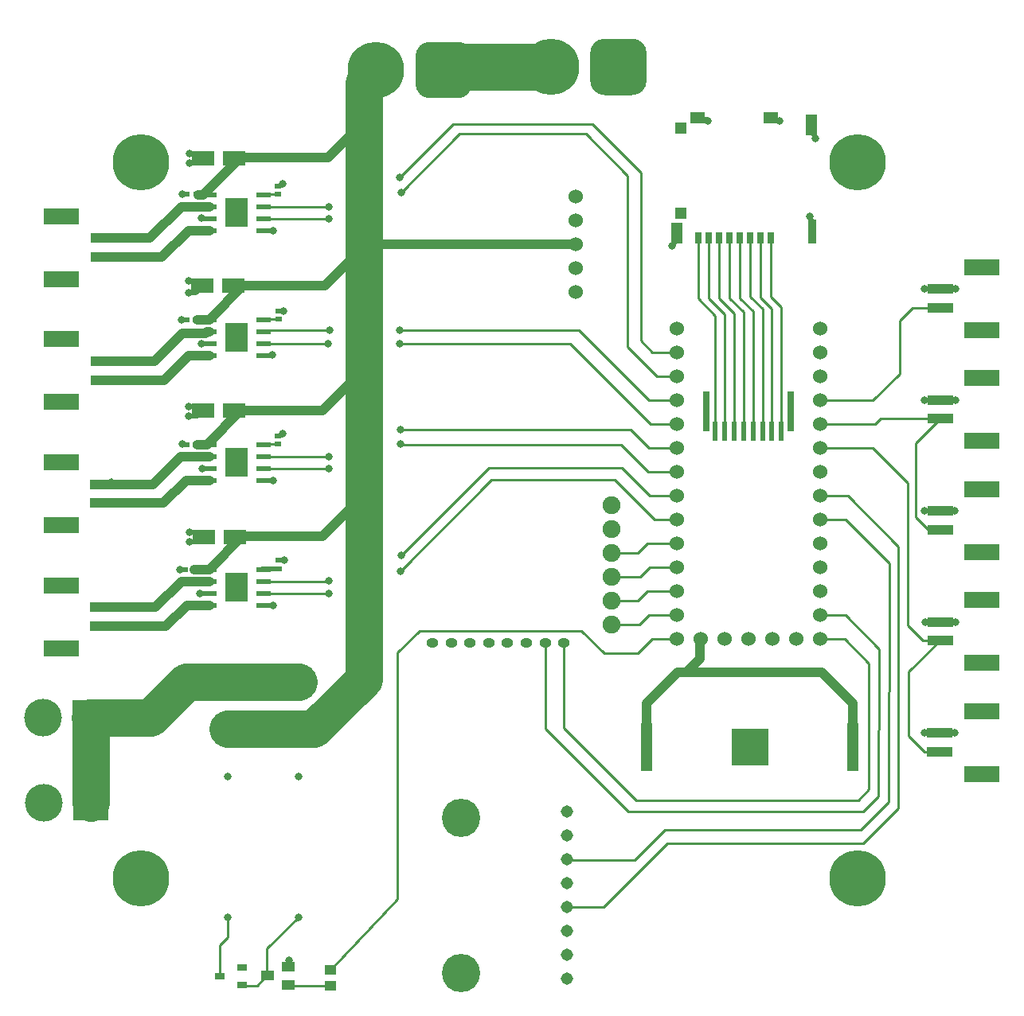
<source format=gbr>
%TF.GenerationSoftware,KiCad,Pcbnew,(5.1.8)-1*%
%TF.CreationDate,2021-01-10T20:37:24-08:00*%
%TF.ProjectId,PJS,504a532e-6b69-4636-9164-5f7063625858,rev?*%
%TF.SameCoordinates,Original*%
%TF.FileFunction,Copper,L1,Top*%
%TF.FilePolarity,Positive*%
%FSLAX46Y46*%
G04 Gerber Fmt 4.6, Leading zero omitted, Abs format (unit mm)*
G04 Created by KiCad (PCBNEW (5.1.8)-1) date 2021-01-10 20:37:24*
%MOMM*%
%LPD*%
G01*
G04 APERTURE LIST*
%TA.AperFunction,SMDPad,CuDef*%
%ADD10R,1.000000X0.800000*%
%TD*%
%TA.AperFunction,SMDPad,CuDef*%
%ADD11R,1.500000X1.150000*%
%TD*%
%TA.AperFunction,SMDPad,CuDef*%
%ADD12R,1.150000X2.200000*%
%TD*%
%TA.AperFunction,SMDPad,CuDef*%
%ADD13R,1.160000X1.200000*%
%TD*%
%TA.AperFunction,SMDPad,CuDef*%
%ADD14R,1.160000X1.250000*%
%TD*%
%TA.AperFunction,SMDPad,CuDef*%
%ADD15R,0.950000X2.500000*%
%TD*%
%TA.AperFunction,SMDPad,CuDef*%
%ADD16R,0.800000X1.240000*%
%TD*%
%TA.AperFunction,ComponentPad*%
%ADD17C,0.800000*%
%TD*%
%TA.AperFunction,ComponentPad*%
%ADD18C,6.000000*%
%TD*%
%TA.AperFunction,SMDPad,CuDef*%
%ADD19R,2.420000X1.580000*%
%TD*%
%TA.AperFunction,SMDPad,CuDef*%
%ADD20R,1.550000X0.600000*%
%TD*%
%TA.AperFunction,SMDPad,CuDef*%
%ADD21R,1.550000X0.500000*%
%TD*%
%TA.AperFunction,SMDPad,CuDef*%
%ADD22R,2.400000X3.100000*%
%TD*%
%TA.AperFunction,ComponentPad*%
%ADD23O,1.270000X1.000000*%
%TD*%
%TA.AperFunction,ComponentPad*%
%ADD24C,1.900000*%
%TD*%
%TA.AperFunction,ComponentPad*%
%ADD25C,1.308000*%
%TD*%
%TA.AperFunction,ComponentPad*%
%ADD26C,4.064000*%
%TD*%
%TA.AperFunction,ComponentPad*%
%ADD27C,4.000000*%
%TD*%
%TA.AperFunction,ComponentPad*%
%ADD28R,3.800000X3.800000*%
%TD*%
%TA.AperFunction,SMDPad,CuDef*%
%ADD29R,1.199998X1.005599*%
%TD*%
%TA.AperFunction,SMDPad,CuDef*%
%ADD30R,1.270000X5.080000*%
%TD*%
%TA.AperFunction,SMDPad,CuDef*%
%ADD31R,3.960000X3.960000*%
%TD*%
%TA.AperFunction,ComponentPad*%
%ADD32C,1.530000*%
%TD*%
%TA.AperFunction,SMDPad,CuDef*%
%ADD33R,1.400000X1.000000*%
%TD*%
%TA.AperFunction,SMDPad,CuDef*%
%ADD34R,0.540000X0.600000*%
%TD*%
%TA.AperFunction,SMDPad,CuDef*%
%ADD35R,0.700000X4.199999*%
%TD*%
%TA.AperFunction,SMDPad,CuDef*%
%ADD36R,0.600000X2.000000*%
%TD*%
%TA.AperFunction,SMDPad,CuDef*%
%ADD37R,2.700000X1.000000*%
%TD*%
%TA.AperFunction,SMDPad,CuDef*%
%ADD38R,3.800000X1.800000*%
%TD*%
%TA.AperFunction,SMDPad,CuDef*%
%ADD39R,0.640000X0.560000*%
%TD*%
%TA.AperFunction,ComponentPad*%
%ADD40C,1.524000*%
%TD*%
%TA.AperFunction,ViaPad*%
%ADD41C,6.000000*%
%TD*%
%TA.AperFunction,ViaPad*%
%ADD42C,0.800000*%
%TD*%
%TA.AperFunction,Conductor*%
%ADD43C,1.000000*%
%TD*%
%TA.AperFunction,Conductor*%
%ADD44C,0.250000*%
%TD*%
%TA.AperFunction,Conductor*%
%ADD45C,4.000000*%
%TD*%
%TA.AperFunction,Conductor*%
%ADD46C,0.750000*%
%TD*%
%TA.AperFunction,Conductor*%
%ADD47C,0.500000*%
%TD*%
%TA.AperFunction,Conductor*%
%ADD48C,5.000000*%
%TD*%
G04 APERTURE END LIST*
D10*
%TO.P,D1,2*%
%TO.N,Net-(D1-Pad2)*%
X102901600Y-145988999D03*
%TO.P,D1,1*%
%TO.N,Net-(D1-Pad1)*%
X102901600Y-147888999D03*
%TO.P,D1,3*%
%TO.N,+5V*%
X100501600Y-146938999D03*
%TD*%
D11*
%TO.P,XM1,9*%
%TO.N,GND*%
X151270000Y-55575999D03*
X159050000Y-55575999D03*
D12*
X163355000Y-56370999D03*
D13*
%TO.P,XM1,*%
%TO.N,*%
X149470000Y-56700999D03*
D14*
X149470000Y-65700999D03*
D12*
%TO.P,XM1,9*%
%TO.N,GND*%
X149065000Y-67850999D03*
D15*
X163455000Y-67700999D03*
D16*
%TO.P,XM1,8*%
%TO.N,Net-(J1-Pad8)*%
X151410000Y-68330999D03*
%TO.P,XM1,7*%
%TO.N,Net-(J1-Pad7)*%
X152510000Y-68330999D03*
%TO.P,XM1,6*%
%TO.N,Net-(J1-Pad6)*%
X153610000Y-68330999D03*
%TO.P,XM1,5*%
%TO.N,Net-(J1-Pad5)*%
X154710000Y-68330999D03*
%TO.P,XM1,4*%
%TO.N,Net-(J1-Pad4)*%
X155810000Y-68330999D03*
%TO.P,XM1,3*%
%TO.N,Net-(J1-Pad3)*%
X156910000Y-68330999D03*
%TO.P,XM1,2*%
%TO.N,Net-(J1-Pad2)*%
X158010000Y-68330999D03*
%TO.P,XM1,1*%
%TO.N,Net-(J1-Pad1)*%
X159110000Y-68330999D03*
%TD*%
D17*
%TO.P,K1,5*%
%TO.N,/Door_RelayOut1*%
X101342500Y-115642999D03*
%TO.P,K1,3*%
%TO.N,+12V*%
X101342500Y-120642999D03*
%TO.P,K1,2*%
%TO.N,Net-(K1-Pad2)*%
X101342500Y-125642999D03*
%TO.P,K1,1*%
%TO.N,+5V*%
X101342500Y-140642999D03*
%TO.P,K1,5*%
%TO.N,/Door_RelayOut1*%
X108842500Y-115642999D03*
%TO.P,K1,6*%
%TO.N,+12V*%
X108842500Y-120642999D03*
%TO.P,K1,7*%
%TO.N,Net-(K1-Pad7)*%
X108842500Y-125642999D03*
%TO.P,K1,8*%
%TO.N,Net-(D1-Pad1)*%
X108842500Y-140642999D03*
%TD*%
%TO.P,X3,*%
%TO.N,GND*%
%TA.AperFunction,ComponentPad*%
G36*
G01*
X145875000Y-48664999D02*
X145875000Y-51664999D01*
G75*
G02*
X144375000Y-53164999I-1500000J0D01*
G01*
X141375000Y-53164999D01*
G75*
G02*
X139875000Y-51664999I0J1500000D01*
G01*
X139875000Y-48664999D01*
G75*
G02*
X141375000Y-47164999I1500000J0D01*
G01*
X144375000Y-47164999D01*
G75*
G02*
X145875000Y-48664999I0J-1500000D01*
G01*
G37*
%TD.AperFunction*%
D18*
%TO.P,X3,2*%
%TO.N,Net-(X3-Pad2)*%
X135675000Y-50164999D03*
%TD*%
D19*
%TO.P,C3,2*%
%TO.N,GND*%
X98692000Y-86733999D03*
%TO.P,C3,1*%
%TO.N,+12V*%
X101992000Y-86733999D03*
%TD*%
D20*
%TO.P,A1,6*%
%TO.N,/UAS_DriverOUT1*%
X99360000Y-65023999D03*
D21*
%TO.P,A1,5*%
%TO.N,+12V*%
X99360000Y-63753999D03*
%TO.P,A1,1*%
%TO.N,GND*%
X105110000Y-67563999D03*
D20*
%TO.P,A1,7*%
X99360000Y-66293999D03*
D21*
%TO.P,A1,2*%
%TO.N,/UAS_DriverIN2*%
X105110000Y-66293999D03*
%TO.P,A1,4*%
%TO.N,Net-(A1-Pad4)*%
X105110000Y-63753999D03*
%TO.P,A1,3*%
%TO.N,/UAS_DriverIN1*%
X105110000Y-65023999D03*
D20*
%TO.P,A1,8*%
%TO.N,/UAS_DriverOUT2*%
X99360000Y-67563999D03*
D22*
%TO.P,A1,1*%
%TO.N,GND*%
X102235000Y-65658999D03*
%TD*%
D20*
%TO.P,A2,6*%
%TO.N,/Link_DriverOUT1*%
X99360000Y-78316665D03*
D21*
%TO.P,A2,5*%
%TO.N,+12V*%
X99360000Y-77046665D03*
%TO.P,A2,1*%
%TO.N,GND*%
X105110000Y-80856665D03*
D20*
%TO.P,A2,7*%
X99360000Y-79586665D03*
D21*
%TO.P,A2,2*%
%TO.N,/Link_DriverIN2*%
X105110000Y-79586665D03*
%TO.P,A2,4*%
%TO.N,Net-(A2-Pad4)*%
X105110000Y-77046665D03*
%TO.P,A2,3*%
%TO.N,/Link_DriverIN1*%
X105110000Y-78316665D03*
D20*
%TO.P,A2,8*%
%TO.N,/Link_DriverOUT2*%
X99360000Y-80856665D03*
D22*
%TO.P,A2,1*%
%TO.N,GND*%
X102235000Y-78951665D03*
%TD*%
D20*
%TO.P,A3,6*%
%TO.N,/LockA_DriverOUT1*%
X99360000Y-91609331D03*
D21*
%TO.P,A3,5*%
%TO.N,+12V*%
X99360000Y-90339331D03*
%TO.P,A3,1*%
%TO.N,GND*%
X105110000Y-94149331D03*
D20*
%TO.P,A3,7*%
X99360000Y-92879331D03*
D21*
%TO.P,A3,2*%
%TO.N,/LockA_DriverIN2*%
X105110000Y-92879331D03*
%TO.P,A3,4*%
%TO.N,Net-(A3-Pad4)*%
X105110000Y-90339331D03*
%TO.P,A3,3*%
%TO.N,/LockA_DriverIN1*%
X105110000Y-91609331D03*
D20*
%TO.P,A3,8*%
%TO.N,/LockA_DriverOUT2*%
X99360000Y-94149331D03*
D22*
%TO.P,A3,1*%
%TO.N,GND*%
X102235000Y-92244331D03*
%TD*%
D20*
%TO.P,A4,6*%
%TO.N,/LockB_DriverOUT1*%
X99360000Y-104901999D03*
D21*
%TO.P,A4,5*%
%TO.N,+12V*%
X99360000Y-103631999D03*
%TO.P,A4,1*%
%TO.N,GND*%
X105110000Y-107441999D03*
D20*
%TO.P,A4,7*%
X99360000Y-106171999D03*
D21*
%TO.P,A4,2*%
%TO.N,/LockB_DriverIN2*%
X105110000Y-106171999D03*
%TO.P,A4,4*%
%TO.N,Net-(A4-Pad4)*%
X105110000Y-103631999D03*
%TO.P,A4,3*%
%TO.N,/LockB_DriverIN1*%
X105110000Y-104901999D03*
D20*
%TO.P,A4,8*%
%TO.N,/LockB_DriverOUT2*%
X99360000Y-107441999D03*
D22*
%TO.P,A4,1*%
%TO.N,GND*%
X102235000Y-105536999D03*
%TD*%
D23*
%TO.P,A6,13*%
%TO.N,N/C*%
X125092600Y-111454999D03*
%TO.P,A6,11*%
X129092600Y-111454999D03*
D24*
%TO.P,A6,1*%
%TO.N,GND*%
X142122600Y-96844999D03*
%TO.P,A6,4*%
%TO.N,/RF_CH2*%
X142122600Y-104464999D03*
D23*
%TO.P,A6,8*%
%TO.N,/RF_CH6*%
X135092600Y-111454999D03*
%TO.P,A6,7*%
%TO.N,/RF_CH5*%
X137092600Y-111454999D03*
%TO.P,A6,9*%
%TO.N,N/C*%
X133092600Y-111454999D03*
D24*
%TO.P,A6,5*%
%TO.N,/RF_CH3*%
X142122600Y-107004999D03*
%TO.P,A6,2*%
%TO.N,+5V*%
X142122600Y-99384999D03*
%TO.P,A6,3*%
%TO.N,/RF_CH1*%
X142122600Y-101924999D03*
%TO.P,A6,6*%
%TO.N,/RF_CH4*%
X142122600Y-109544999D03*
D23*
%TO.P,A6,14*%
%TO.N,N/C*%
X123092600Y-111454999D03*
%TO.P,A6,12*%
X127092600Y-111454999D03*
%TO.P,A6,10*%
X131092600Y-111454999D03*
%TD*%
D25*
%TO.P,A5,3*%
%TO.N,GND*%
X137414000Y-142112999D03*
%TO.P,A5,5*%
%TO.N,Net-(A5-Pad5)*%
X137414000Y-137032999D03*
%TO.P,A5,2*%
%TO.N,Net-(A5-Pad2)*%
X137414000Y-144652999D03*
D26*
%TO.P,A5, *%
%TO.N,N/C*%
X126111000Y-130047999D03*
D25*
%TO.P,A5,4*%
%TO.N,/Alt_SCK*%
X137414000Y-139572999D03*
%TO.P,A5,1*%
%TO.N,+5V*%
X137414000Y-147192999D03*
%TO.P,A5,6*%
%TO.N,/Alt_SDI*%
X137414000Y-134492999D03*
%TO.P,A5,8*%
%TO.N,Net-(A5-Pad8)*%
X137414000Y-129412999D03*
%TO.P,A5,7*%
%TO.N,Net-(A5-Pad7)*%
X137414000Y-131952999D03*
D26*
%TO.P,A5, *%
%TO.N,N/C*%
X126111000Y-146557999D03*
%TD*%
D27*
%TO.P,X2,2*%
%TO.N,GND*%
X81715000Y-119414999D03*
D28*
%TO.P,X2,1*%
%TO.N,/Door_RelayOut1*%
X86715000Y-119414999D03*
%TD*%
D27*
%TO.P,X1,2*%
%TO.N,GND*%
X81765000Y-128464999D03*
D28*
%TO.P,X1,1*%
%TO.N,/Door_RelayOut1*%
X86765000Y-128464999D03*
%TD*%
%TO.P,X4,1*%
%TO.N,Net-(X3-Pad2)*%
%TA.AperFunction,ComponentPad*%
G36*
G01*
X127307600Y-48995199D02*
X127307600Y-51995199D01*
G75*
G02*
X125807600Y-53495199I-1500000J0D01*
G01*
X122807600Y-53495199D01*
G75*
G02*
X121307600Y-51995199I0J1500000D01*
G01*
X121307600Y-48995199D01*
G75*
G02*
X122807600Y-47495199I1500000J0D01*
G01*
X125807600Y-47495199D01*
G75*
G02*
X127307600Y-48995199I0J-1500000D01*
G01*
G37*
%TD.AperFunction*%
D18*
%TO.P,X4,2*%
%TO.N,+12V*%
X117107600Y-50495199D03*
%TD*%
D29*
%TO.P,R5,1*%
%TO.N,Net-(Q1-Pad1)*%
X112242600Y-147918798D03*
%TO.P,R5,2*%
%TO.N,/Relay_Signal*%
X112242600Y-146213200D03*
%TD*%
D30*
%TO.P,BT1,1*%
%TO.N,/3.3V_Coin*%
X167830000Y-122554999D03*
X145860000Y-122554999D03*
D31*
%TO.P,BT1,2*%
%TO.N,GND*%
X156845000Y-122554999D03*
%TD*%
D32*
%TO.P,U2,ONOFF*%
%TO.N,N/C*%
X161772600Y-111048799D03*
%TO.P,U2,PGM*%
X159232600Y-111048799D03*
%TO.P,U2,G2*%
X156692600Y-111048799D03*
%TO.P,U2,3.3V_1*%
X154152600Y-111048799D03*
%TO.P,U2,VBAT*%
%TO.N,/3.3V_Coin*%
X151612600Y-111048799D03*
%TO.P,U2,VIN*%
%TO.N,N/C*%
X164312600Y-78028799D03*
%TO.P,U2,G3*%
X164312600Y-80568799D03*
%TO.P,U2,3.3V_2*%
X164312600Y-83108799D03*
%TO.P,U2,23*%
%TO.N,/S3_UAS*%
X164312600Y-85648799D03*
%TO.P,U2,22*%
%TO.N,/S2_Door*%
X164312600Y-88188799D03*
%TO.P,U2,21*%
%TO.N,/S1_Link*%
X164312600Y-90728799D03*
%TO.P,U2,20*%
%TO.N,Net-(U2-Pad20)*%
X164312600Y-93268799D03*
%TO.P,U2,19*%
%TO.N,/Alt_SCK*%
X164312600Y-95808799D03*
%TO.P,U2,18*%
%TO.N,/Alt_SDI*%
X164312600Y-98348799D03*
%TO.P,U2,17*%
%TO.N,Net-(U2-Pad17)*%
X164312600Y-100888799D03*
%TO.P,U2,16*%
%TO.N,Net-(U2-Pad16)*%
X164312600Y-103428799D03*
%TO.P,U2,15*%
%TO.N,Net-(U2-Pad15)*%
X164312600Y-105968799D03*
%TO.P,U2,14*%
%TO.N,/RF_CH6*%
X164312600Y-108508799D03*
%TO.P,U2,13*%
%TO.N,/RF_CH5*%
X164312600Y-111048799D03*
%TO.P,U2,G1*%
%TO.N,GND*%
X149072600Y-78028799D03*
%TO.P,U2,0*%
%TO.N,/UAS_DriverIN1*%
X149072600Y-80568799D03*
%TO.P,U2,1*%
%TO.N,/UAS_DriverIN2*%
X149072600Y-83108799D03*
%TO.P,U2,2*%
%TO.N,/Link_DriverIN1*%
X149072600Y-85648799D03*
%TO.P,U2,3*%
%TO.N,/Link_DriverIN2*%
X149072600Y-88188799D03*
%TO.P,U2,4*%
%TO.N,/LockA_DriverIN1*%
X149072600Y-90728799D03*
%TO.P,U2,5*%
%TO.N,/LockA_DriverIN2*%
X149072600Y-93268799D03*
%TO.P,U2,6*%
%TO.N,/LockB_DriverIN1*%
X149072600Y-95808799D03*
%TO.P,U2,7*%
%TO.N,/LockB_DriverIN2*%
X149072600Y-98348799D03*
%TO.P,U2,8*%
%TO.N,/RF_CH1*%
X149072600Y-100888799D03*
%TO.P,U2,9*%
%TO.N,/RF_CH2*%
X149072600Y-103428799D03*
%TO.P,U2,10*%
%TO.N,/RF_CH3*%
X149072600Y-105968799D03*
%TO.P,U2,11*%
%TO.N,/RF_CH4*%
X149072600Y-108508799D03*
%TO.P,U2,12*%
%TO.N,/Relay_Signal*%
X149072600Y-111048799D03*
%TD*%
D33*
%TO.P,Q1,2*%
%TO.N,GND*%
X107754600Y-145938199D03*
%TO.P,Q1,1*%
%TO.N,Net-(Q1-Pad1)*%
X107754600Y-147838199D03*
%TO.P,Q1,3*%
%TO.N,Net-(D1-Pad1)*%
X105554600Y-146888199D03*
%TD*%
D19*
%TO.P,C1,2*%
%TO.N,GND*%
X98725000Y-59874999D03*
%TO.P,C1,1*%
%TO.N,+12V*%
X102025000Y-59874999D03*
%TD*%
%TO.P,C2,1*%
%TO.N,+12V*%
X101957000Y-73458999D03*
%TO.P,C2,2*%
%TO.N,GND*%
X98657000Y-73458999D03*
%TD*%
%TO.P,C4,1*%
%TO.N,+12V*%
X102077000Y-100158999D03*
%TO.P,C4,2*%
%TO.N,GND*%
X98777000Y-100158999D03*
%TD*%
D34*
%TO.P,C5,1*%
%TO.N,+12V*%
X97908000Y-63740499D03*
%TO.P,C5,2*%
%TO.N,GND*%
X97048000Y-63740499D03*
%TD*%
%TO.P,C6,2*%
%TO.N,GND*%
X96981000Y-77073999D03*
%TO.P,C6,1*%
%TO.N,+12V*%
X97841000Y-77073999D03*
%TD*%
%TO.P,C7,2*%
%TO.N,GND*%
X97006000Y-90333499D03*
%TO.P,C7,1*%
%TO.N,+12V*%
X97866000Y-90333499D03*
%TD*%
%TO.P,C8,1*%
%TO.N,+12V*%
X97711000Y-103638999D03*
%TO.P,C8,2*%
%TO.N,GND*%
X96851000Y-103638999D03*
%TD*%
D35*
%TO.P,J1,*%
%TO.N,*%
X152192600Y-86811499D03*
D36*
%TO.P,J1,8*%
%TO.N,Net-(J1-Pad8)*%
X153192600Y-88911499D03*
%TO.P,J1,7*%
%TO.N,Net-(J1-Pad7)*%
X154192600Y-88911499D03*
%TO.P,J1,6*%
%TO.N,Net-(J1-Pad6)*%
X155192600Y-88911499D03*
%TO.P,J1,5*%
%TO.N,Net-(J1-Pad5)*%
X156192600Y-88911499D03*
%TO.P,J1,3*%
%TO.N,Net-(J1-Pad3)*%
X158192600Y-88911499D03*
%TO.P,J1,4*%
%TO.N,Net-(J1-Pad4)*%
X157192600Y-88911499D03*
%TO.P,J1,1*%
%TO.N,Net-(J1-Pad1)*%
X160192600Y-88911499D03*
%TO.P,J1,2*%
%TO.N,Net-(J1-Pad2)*%
X159192600Y-88911499D03*
D35*
%TO.P,J1,*%
%TO.N,*%
X161192600Y-86811499D03*
%TD*%
D37*
%TO.P,J2,1*%
%TO.N,/UAS_DriverOUT1*%
X88113000Y-68394999D03*
%TO.P,J2,2*%
%TO.N,/UAS_DriverOUT2*%
X88113000Y-70394999D03*
D38*
%TO.P,J2,S2*%
%TO.N,N/C*%
X83663000Y-72744999D03*
%TO.P,J2,S1*%
X83663000Y-66044999D03*
%TD*%
%TO.P,J3,S1*%
%TO.N,N/C*%
X83663000Y-79138332D03*
%TO.P,J3,S2*%
X83663000Y-85838332D03*
D37*
%TO.P,J3,2*%
%TO.N,/Link_DriverOUT2*%
X88113000Y-83488332D03*
%TO.P,J3,1*%
%TO.N,/Link_DriverOUT1*%
X88113000Y-81488332D03*
%TD*%
D38*
%TO.P,J4,S1*%
%TO.N,N/C*%
X83625000Y-92231665D03*
%TO.P,J4,S2*%
X83625000Y-98931665D03*
D37*
%TO.P,J4,2*%
%TO.N,/LockA_DriverOUT2*%
X88075000Y-96581665D03*
%TO.P,J4,1*%
%TO.N,/LockA_DriverOUT1*%
X88075000Y-94581665D03*
%TD*%
%TO.P,J5,1*%
%TO.N,/LockB_DriverOUT1*%
X88085000Y-107674999D03*
%TO.P,J5,2*%
%TO.N,/LockB_DriverOUT2*%
X88085000Y-109674999D03*
D38*
%TO.P,J5,S2*%
%TO.N,N/C*%
X83635000Y-112024999D03*
%TO.P,J5,S1*%
X83635000Y-105324999D03*
%TD*%
%TO.P,J6,S1*%
%TO.N,N/C*%
X181499600Y-125396999D03*
%TO.P,J6,S2*%
X181499600Y-118696999D03*
D37*
%TO.P,J6,2*%
%TO.N,GND*%
X177049600Y-121046999D03*
%TO.P,J6,1*%
%TO.N,/S1_Link*%
X177049600Y-123046999D03*
%TD*%
D38*
%TO.P,J7,S1*%
%TO.N,N/C*%
X181525000Y-113585999D03*
%TO.P,J7,S2*%
X181525000Y-106885999D03*
D37*
%TO.P,J7,2*%
%TO.N,GND*%
X177075000Y-109235999D03*
%TO.P,J7,1*%
%TO.N,/S1_Link*%
X177075000Y-111235999D03*
%TD*%
%TO.P,J8,1*%
%TO.N,/S2_Door*%
X177075000Y-99424999D03*
%TO.P,J8,2*%
%TO.N,GND*%
X177075000Y-97424999D03*
D38*
%TO.P,J8,S2*%
%TO.N,N/C*%
X181525000Y-95074999D03*
%TO.P,J8,S1*%
X181525000Y-101774999D03*
%TD*%
%TO.P,J9,S1*%
%TO.N,N/C*%
X181525000Y-89963999D03*
%TO.P,J9,S2*%
X181525000Y-83263999D03*
D37*
%TO.P,J9,2*%
%TO.N,GND*%
X177075000Y-85613999D03*
%TO.P,J9,1*%
%TO.N,/S2_Door*%
X177075000Y-87613999D03*
%TD*%
%TO.P,J10,1*%
%TO.N,/S3_UAS*%
X177075000Y-75802999D03*
%TO.P,J10,2*%
%TO.N,GND*%
X177075000Y-73802999D03*
D38*
%TO.P,J10,S2*%
%TO.N,N/C*%
X181525000Y-71452999D03*
%TO.P,J10,S1*%
X181525000Y-78152999D03*
%TD*%
D39*
%TO.P,R1,1*%
%TO.N,Net-(A1-Pad4)*%
X106654600Y-63731799D03*
%TO.P,R1,2*%
%TO.N,GND*%
X106654600Y-62861799D03*
%TD*%
%TO.P,R2,2*%
%TO.N,GND*%
X106730800Y-76145999D03*
%TO.P,R2,1*%
%TO.N,Net-(A2-Pad4)*%
X106730800Y-77015999D03*
%TD*%
%TO.P,R3,1*%
%TO.N,Net-(A3-Pad4)*%
X106705400Y-90325599D03*
%TO.P,R3,2*%
%TO.N,GND*%
X106705400Y-89455599D03*
%TD*%
%TO.P,R4,2*%
%TO.N,GND*%
X106730800Y-102679499D03*
%TO.P,R4,1*%
%TO.N,Net-(A4-Pad4)*%
X106730800Y-103549499D03*
%TD*%
D40*
%TO.P,VR1,5*%
%TO.N,+5V*%
X138366500Y-63944499D03*
%TO.P,VR1,4*%
%TO.N,GND*%
X138366500Y-66484499D03*
%TO.P,VR1,3*%
%TO.N,+12V*%
X138366500Y-69024499D03*
%TO.P,VR1,2*%
%TO.N,Net-(VR1-Pad2)*%
X138366500Y-71564499D03*
%TO.P,VR1,1*%
%TO.N,Net-(VR1-Pad1)*%
X138376500Y-74114499D03*
%TD*%
D41*
%TO.N,*%
X168275000Y-136524999D03*
X168275000Y-60324999D03*
X92075000Y-60324999D03*
X92075000Y-136524999D03*
D42*
%TO.N,GND*%
X175425000Y-97424999D03*
X178685000Y-85624999D03*
X175425000Y-85594999D03*
X178715000Y-73814999D03*
X175435000Y-73804999D03*
X178665000Y-121034999D03*
X175425000Y-121054999D03*
X178685000Y-109244999D03*
X175465000Y-109254999D03*
X178675000Y-97434999D03*
X101635000Y-66658999D03*
X101635000Y-65658999D03*
X102835000Y-64658999D03*
X102835000Y-66658999D03*
X102835000Y-65658999D03*
X101635000Y-64658999D03*
X101635000Y-79951665D03*
X101635000Y-78951665D03*
X102835000Y-77951665D03*
X102835000Y-79951665D03*
X102835000Y-78951665D03*
X101635000Y-77951665D03*
X101635000Y-93244331D03*
X101635000Y-92244331D03*
X102835000Y-91244331D03*
X102835000Y-93244331D03*
X102835000Y-92244331D03*
X101635000Y-91244331D03*
X101635000Y-106536999D03*
X102835000Y-105536999D03*
X102835000Y-104536999D03*
X102835000Y-106536999D03*
X101635000Y-105536999D03*
X101635000Y-104536999D03*
X155555000Y-123834999D03*
X158225000Y-123854999D03*
X158095000Y-121294999D03*
X107205000Y-62584999D03*
X96510000Y-63689999D03*
X97195000Y-74189999D03*
X97215000Y-72939999D03*
X97295000Y-99664999D03*
X98585000Y-92914999D03*
X96475000Y-90319999D03*
X96240000Y-103629999D03*
X107265000Y-76114999D03*
X98575000Y-79604999D03*
X96410000Y-77044999D03*
X155525000Y-121264999D03*
X156845000Y-122554999D03*
X152400000Y-55879999D03*
X160020000Y-55879999D03*
X163830000Y-57784999D03*
X163195000Y-66039999D03*
X148590000Y-69214999D03*
X98404680Y-106182159D03*
X107185000Y-89204999D03*
X98565000Y-66274999D03*
X97235000Y-59424999D03*
X97235000Y-60394999D03*
X107845000Y-145274999D03*
X97285000Y-100674999D03*
X97225000Y-86284999D03*
X97215000Y-87344999D03*
X106155000Y-67564999D03*
X106065000Y-80834999D03*
X106155000Y-94154999D03*
X107325000Y-102634999D03*
X106165000Y-107474999D03*
%TO.N,/UAS_DriverIN2*%
X112125000Y-66324999D03*
X119755000Y-63524999D03*
%TO.N,/UAS_DriverIN1*%
X112125000Y-65024999D03*
X119657340Y-61887339D03*
%TO.N,/Link_DriverIN1*%
X119625000Y-78184999D03*
X112175000Y-78184999D03*
%TO.N,/Link_DriverIN2*%
X112025000Y-79644999D03*
X119615000Y-79654999D03*
%TO.N,/LockA_DriverIN2*%
X112075000Y-92899999D03*
X119705000Y-90329999D03*
%TO.N,/LockA_DriverIN1*%
X112050000Y-91624999D03*
X119705000Y-88729999D03*
%TO.N,/LockB_DriverIN1*%
X112075000Y-104874999D03*
X119775000Y-102134999D03*
%TO.N,/LockB_DriverIN2*%
X112050000Y-106174999D03*
X119675000Y-103854999D03*
%TD*%
D43*
%TO.N,/UAS_DriverOUT1*%
X93075000Y-68394999D02*
X88113000Y-68394999D01*
X96446000Y-65023999D02*
X93075000Y-68394999D01*
X99360000Y-65023999D02*
X96446000Y-65023999D01*
D44*
%TO.N,+12V*%
X102380998Y-99904999D02*
X102077000Y-99904999D01*
D45*
X101342500Y-120642999D02*
X108842500Y-120642999D01*
D46*
X117374500Y-69024499D02*
X115563000Y-67212999D01*
D43*
X138366500Y-69024499D02*
X117374500Y-69024499D01*
D47*
X102077000Y-100158999D02*
X102507000Y-99728999D01*
D43*
X111975000Y-59849999D02*
X115784999Y-56040000D01*
X98749500Y-63750499D02*
X98208001Y-63750499D01*
X102650000Y-59849999D02*
X98749500Y-63750499D01*
X111975000Y-59849999D02*
X102650000Y-59849999D01*
X111640000Y-73434999D02*
X115184999Y-69890000D01*
X102971666Y-73434999D02*
X111640000Y-73434999D01*
X99360000Y-77046665D02*
X102971666Y-73434999D01*
X99100669Y-90359330D02*
X98156001Y-90359330D01*
X102725000Y-86734999D02*
X99100669Y-90359330D01*
X111390000Y-86734999D02*
X102725000Y-86734999D01*
X115784999Y-82340000D02*
X111390000Y-86734999D01*
X111415000Y-100134999D02*
X115315001Y-96234998D01*
X102857000Y-100134999D02*
X111415000Y-100134999D01*
X99360000Y-103631999D02*
X102857000Y-100134999D01*
X99360000Y-77046665D02*
X98146666Y-77046665D01*
D47*
X102387000Y-73028999D02*
X101957000Y-73458999D01*
D43*
X97821001Y-103631999D02*
X97821001Y-103638999D01*
X99360000Y-103631999D02*
X97821001Y-103631999D01*
D45*
X110489317Y-120642999D02*
X115784999Y-115347317D01*
X115784999Y-51817800D02*
X115784999Y-115347317D01*
X117107600Y-50495199D02*
X115784999Y-51817800D01*
X108842500Y-120642999D02*
X110489317Y-120642999D01*
D44*
%TO.N,GND*%
X106928200Y-62861799D02*
X107205000Y-62584999D01*
X106654600Y-62861799D02*
X106928200Y-62861799D01*
X96560500Y-63740499D02*
X96510000Y-63689999D01*
X97048000Y-63740499D02*
X96560500Y-63740499D01*
X98620668Y-92879331D02*
X98585000Y-92914999D01*
X99535000Y-92879331D02*
X98620668Y-92879331D01*
X96488500Y-90333499D02*
X96475000Y-90319999D01*
X97006000Y-90333499D02*
X96488500Y-90333499D01*
X96249000Y-103608999D02*
X96240000Y-103599999D01*
X96851000Y-103608999D02*
X96249000Y-103608999D01*
X107234000Y-76145999D02*
X107265000Y-76114999D01*
X106730800Y-76145999D02*
X107234000Y-76145999D01*
X98593334Y-79586665D02*
X98575000Y-79604999D01*
X99535000Y-79586665D02*
X98593334Y-79586665D01*
X156815000Y-122554999D02*
X155525000Y-121264999D01*
X156845000Y-122554999D02*
X156815000Y-122554999D01*
X152096000Y-55575999D02*
X152400000Y-55879999D01*
X151270000Y-55575999D02*
X152096000Y-55575999D01*
X163355000Y-57309999D02*
X163830000Y-57784999D01*
X163355000Y-56370999D02*
X163355000Y-57309999D01*
X163455000Y-66299999D02*
X163195000Y-66039999D01*
X163455000Y-67700999D02*
X163455000Y-66299999D01*
X149065000Y-68739999D02*
X148590000Y-69214999D01*
X149065000Y-67850999D02*
X149065000Y-68739999D01*
X177075000Y-97424999D02*
X176405000Y-97424999D01*
X177049600Y-121046999D02*
X176707000Y-121046999D01*
D47*
X106934400Y-89455599D02*
X107185000Y-89204999D01*
X106705400Y-89455599D02*
X106934400Y-89455599D01*
X96439000Y-77073999D02*
X96410000Y-77044999D01*
X96981000Y-77073999D02*
X96439000Y-77073999D01*
X98584000Y-66293999D02*
X98565000Y-66274999D01*
X99535000Y-66293999D02*
X98584000Y-66293999D01*
D44*
X107754600Y-145365399D02*
X107845000Y-145274999D01*
X107754600Y-145938199D02*
X107754600Y-145365399D01*
X99349840Y-106182159D02*
X99360000Y-106171999D01*
X98404680Y-106182159D02*
X99349840Y-106182159D01*
D47*
X98205000Y-60394999D02*
X98725000Y-59874999D01*
X97235000Y-60394999D02*
X98205000Y-60394999D01*
X98275000Y-59424999D02*
X98725000Y-59874999D01*
X97235000Y-59424999D02*
X98275000Y-59424999D01*
X98138000Y-72939999D02*
X98657000Y-73458999D01*
X97215000Y-72939999D02*
X98138000Y-72939999D01*
X97926000Y-74189999D02*
X98657000Y-73458999D01*
X97195000Y-74189999D02*
X97926000Y-74189999D01*
X98243000Y-86284999D02*
X98692000Y-86733999D01*
X97225000Y-86284999D02*
X98243000Y-86284999D01*
X98081000Y-87344999D02*
X98692000Y-86733999D01*
X97215000Y-87344999D02*
X98081000Y-87344999D01*
X98283000Y-99664999D02*
X98777000Y-100158999D01*
X97295000Y-99664999D02*
X98283000Y-99664999D01*
X98261000Y-100674999D02*
X98777000Y-100158999D01*
X97285000Y-100674999D02*
X98261000Y-100674999D01*
D44*
X175484000Y-109235999D02*
X175465000Y-109254999D01*
X177075000Y-109235999D02*
X175484000Y-109235999D01*
X177084000Y-109244999D02*
X177075000Y-109235999D01*
X178685000Y-109244999D02*
X177084000Y-109244999D01*
X177056000Y-85594999D02*
X177075000Y-85613999D01*
X175425000Y-85594999D02*
X177056000Y-85594999D01*
X177086000Y-85624999D02*
X177075000Y-85613999D01*
X178685000Y-85624999D02*
X177086000Y-85624999D01*
X177073000Y-73804999D02*
X177075000Y-73802999D01*
X175435000Y-73804999D02*
X177073000Y-73804999D01*
X177087000Y-73814999D02*
X177075000Y-73802999D01*
X178715000Y-73814999D02*
X177087000Y-73814999D01*
X177061600Y-121034999D02*
X177049600Y-121046999D01*
X178665000Y-121034999D02*
X177061600Y-121034999D01*
X177041600Y-121054999D02*
X177049600Y-121046999D01*
X175425000Y-121054999D02*
X177041600Y-121054999D01*
X177065000Y-97434999D02*
X177075000Y-97424999D01*
X177085000Y-97434999D02*
X177075000Y-97424999D01*
X178675000Y-97434999D02*
X177085000Y-97434999D01*
X175425000Y-97424999D02*
X177075000Y-97424999D01*
X159354000Y-55879999D02*
X159050000Y-55575999D01*
X160020000Y-55879999D02*
X159354000Y-55879999D01*
X106154000Y-67563999D02*
X106155000Y-67564999D01*
X104935000Y-67563999D02*
X106154000Y-67563999D01*
X104935000Y-80856665D02*
X106043334Y-80856665D01*
X106043334Y-80856665D02*
X106065000Y-80834999D01*
X104935000Y-94149331D02*
X104940668Y-94154999D01*
X104940668Y-94154999D02*
X106155000Y-94154999D01*
X106730800Y-102679499D02*
X107280500Y-102679499D01*
X107280500Y-102679499D02*
X107325000Y-102634999D01*
X104935000Y-107441999D02*
X104968000Y-107474999D01*
X104968000Y-107474999D02*
X106165000Y-107474999D01*
%TO.N,/UAS_DriverIN2*%
X148640800Y-83108799D02*
X149072600Y-83108799D01*
X105141000Y-66324999D02*
X105110000Y-66293999D01*
X112125000Y-66324999D02*
X105141000Y-66324999D01*
X146958800Y-83108799D02*
X149072600Y-83108799D01*
X143850000Y-79999999D02*
X146958800Y-83108799D01*
X139400000Y-57299999D02*
X143850000Y-61749999D01*
X119755000Y-63524999D02*
X119755000Y-63514999D01*
X143850000Y-61749999D02*
X143850000Y-79999999D01*
X125970000Y-57299999D02*
X139400000Y-57299999D01*
X119755000Y-63514999D02*
X125970000Y-57299999D01*
%TO.N,Net-(A1-Pad4)*%
X104957200Y-63731799D02*
X104935000Y-63753999D01*
X106654600Y-63731799D02*
X104957200Y-63731799D01*
%TO.N,/UAS_DriverIN1*%
X105111000Y-65024999D02*
X105110000Y-65023999D01*
X112125000Y-65024999D02*
X105111000Y-65024999D01*
X125294680Y-56249999D02*
X119657340Y-61887339D01*
X140100000Y-56249999D02*
X125294680Y-56249999D01*
X145250000Y-61399999D02*
X140100000Y-56249999D01*
X145250000Y-79319999D02*
X145250000Y-61399999D01*
X146498800Y-80568799D02*
X145250000Y-79319999D01*
X149072600Y-80568799D02*
X146498800Y-80568799D01*
D43*
%TO.N,/UAS_DriverOUT2*%
X94335000Y-70394999D02*
X88113000Y-70394999D01*
X97166000Y-67563999D02*
X94335000Y-70394999D01*
X99360000Y-67563999D02*
X97166000Y-67563999D01*
%TO.N,/Link_DriverOUT2*%
X94591667Y-83488332D02*
X88113000Y-83488332D01*
X97223334Y-80856665D02*
X94591667Y-83488332D01*
X99360000Y-80856665D02*
X97223334Y-80856665D01*
D44*
%TO.N,/Link_DriverIN1*%
X105066666Y-78184999D02*
X104935000Y-78316665D01*
X112175000Y-78184999D02*
X105066666Y-78184999D01*
X138660000Y-78184999D02*
X146123800Y-85648799D01*
X146123800Y-85648799D02*
X149072600Y-85648799D01*
X119655000Y-78184999D02*
X138660000Y-78184999D01*
X119635000Y-78204999D02*
X119655000Y-78184999D01*
%TO.N,Net-(A2-Pad4)*%
X104965666Y-77015999D02*
X104935000Y-77046665D01*
X106730800Y-77015999D02*
X104965666Y-77015999D01*
%TO.N,/Link_DriverIN2*%
X111966666Y-79586665D02*
X112025000Y-79644999D01*
X104935000Y-79586665D02*
X111966666Y-79586665D01*
X146313800Y-88188799D02*
X137770000Y-79644999D01*
X137770000Y-79644999D02*
X119625000Y-79644999D01*
X149072600Y-88188799D02*
X146313800Y-88188799D01*
X119625000Y-79644999D02*
X119615000Y-79654999D01*
D43*
%TO.N,/Link_DriverOUT1*%
X93551667Y-81488332D02*
X88113000Y-81488332D01*
X96535001Y-78504998D02*
X93551667Y-81488332D01*
X98928333Y-78504998D02*
X96535001Y-78504998D01*
X99116666Y-78316665D02*
X98928333Y-78504998D01*
X99360000Y-78316665D02*
X99116666Y-78316665D01*
D47*
%TO.N,/LockA_DriverOUT1*%
X88974000Y-94149331D02*
X88863000Y-94260331D01*
D43*
X93358334Y-94581665D02*
X88075000Y-94581665D01*
X96330668Y-91609331D02*
X93358334Y-94581665D01*
X99360000Y-91609331D02*
X96330668Y-91609331D01*
D44*
%TO.N,/LockA_DriverIN2*%
X105130668Y-92899999D02*
X105110000Y-92879331D01*
X112075000Y-92899999D02*
X105130668Y-92899999D01*
X146043800Y-93268799D02*
X143125000Y-90349999D01*
X119725000Y-90349999D02*
X119705000Y-90329999D01*
X149072600Y-93268799D02*
X146043800Y-93268799D01*
X143125000Y-90349999D02*
X119725000Y-90349999D01*
%TO.N,Net-(A3-Pad4)*%
X104948732Y-90325599D02*
X104935000Y-90339331D01*
X106705400Y-90325599D02*
X104948732Y-90325599D01*
%TO.N,/LockA_DriverIN1*%
X105125668Y-91624999D02*
X105110000Y-91609331D01*
X112050000Y-91624999D02*
X105125668Y-91624999D01*
X144175000Y-88749999D02*
X119725000Y-88749999D01*
X119725000Y-88749999D02*
X119705000Y-88729999D01*
X146153800Y-90728799D02*
X144175000Y-88749999D01*
X149072600Y-90728799D02*
X146153800Y-90728799D01*
D43*
%TO.N,/LockA_DriverOUT2*%
X94488334Y-96581665D02*
X88075000Y-96581665D01*
X96920668Y-94149331D02*
X94488334Y-96581665D01*
X99360000Y-94149331D02*
X96920668Y-94149331D01*
%TO.N,/LockB_DriverOUT2*%
X94745000Y-109674999D02*
X88085000Y-109674999D01*
X96978000Y-107441999D02*
X94745000Y-109674999D01*
X99360000Y-107441999D02*
X96978000Y-107441999D01*
D44*
%TO.N,/LockB_DriverIN1*%
X112048000Y-104901999D02*
X112075000Y-104874999D01*
X105110000Y-104901999D02*
X112048000Y-104901999D01*
X119775000Y-102134999D02*
X119785000Y-102134999D01*
X146183800Y-95808799D02*
X149072600Y-95808799D01*
X143225000Y-92849999D02*
X146183800Y-95808799D01*
X129070000Y-92849999D02*
X143225000Y-92849999D01*
X119785000Y-102134999D02*
X129070000Y-92849999D01*
%TO.N,Net-(A4-Pad4)*%
X104954000Y-103612999D02*
X104935000Y-103631999D01*
D47*
X106680000Y-103612999D02*
X104954000Y-103612999D01*
D44*
%TO.N,/LockB_DriverIN2*%
X105113000Y-106174999D02*
X105110000Y-106171999D01*
X112050000Y-106174999D02*
X105113000Y-106174999D01*
X119675000Y-103854999D02*
X119675000Y-103844999D01*
X129395000Y-94124999D02*
X142500000Y-94124999D01*
X142500000Y-94124999D02*
X146723800Y-98348799D01*
X146723800Y-98348799D02*
X149072600Y-98348799D01*
X119675000Y-103844999D02*
X129395000Y-94124999D01*
D43*
%TO.N,/LockB_DriverOUT1*%
X96388000Y-104901999D02*
X93615000Y-107674999D01*
X93615000Y-107674999D02*
X88085000Y-107674999D01*
X99360000Y-104901999D02*
X96388000Y-104901999D01*
D44*
%TO.N,/Alt_SDI*%
X171668638Y-103018637D02*
X166998800Y-98348799D01*
X166998800Y-98348799D02*
X164312600Y-98348799D01*
X171592438Y-127736599D02*
X171668638Y-105790999D01*
X171592438Y-128382561D02*
X171592438Y-127736599D01*
X168606200Y-131368799D02*
X171592438Y-128382561D01*
X144625000Y-134574999D02*
X147831200Y-131368799D01*
X171668638Y-105790999D02*
X171668638Y-103018637D01*
X137496000Y-134574999D02*
X144625000Y-134574999D01*
X147831200Y-131368799D02*
X168606200Y-131368799D01*
X137414000Y-134492999D02*
X137496000Y-134574999D01*
%TO.N,+5V*%
X100501600Y-143628399D02*
X100501600Y-146938999D01*
X101342500Y-142787499D02*
X100501600Y-143628399D01*
X101342500Y-140642999D02*
X101342500Y-142787499D01*
%TO.N,/Alt_SCK*%
X148075000Y-132774999D02*
X141277000Y-139572999D01*
X141277000Y-139572999D02*
X137414000Y-139572999D01*
X168925000Y-132774999D02*
X148075000Y-132774999D01*
X172666957Y-101196956D02*
X172666957Y-129033042D01*
X167278800Y-95808799D02*
X172666957Y-101196956D01*
X172666957Y-129033042D02*
X168925000Y-132774999D01*
X164312600Y-95808799D02*
X167278800Y-95808799D01*
%TO.N,/RF_CH1*%
X145941200Y-100888799D02*
X149072600Y-100888799D01*
X144915000Y-101914999D02*
X145941200Y-100888799D01*
X144925000Y-101924999D02*
X144915000Y-101914999D01*
X142122600Y-101924999D02*
X144925000Y-101924999D01*
%TO.N,/RF_CH3*%
X142122600Y-107004999D02*
X144905000Y-107004999D01*
X145941200Y-105968799D02*
X149072600Y-105968799D01*
X144905000Y-107004999D02*
X145941200Y-105968799D01*
%TO.N,/RF_CH2*%
X142122600Y-104464999D02*
X145185000Y-104464999D01*
X146221200Y-103428799D02*
X149072600Y-103428799D01*
X145185000Y-104464999D02*
X146221200Y-103428799D01*
%TO.N,/RF_CH4*%
X146141200Y-108508799D02*
X149072600Y-108508799D01*
X145105000Y-109544999D02*
X146141200Y-108508799D01*
X142122600Y-109544999D02*
X145105000Y-109544999D01*
D43*
%TO.N,/3.3V_Coin*%
X164515000Y-114574999D02*
X167830000Y-117889999D01*
X167830000Y-117889999D02*
X167830000Y-122554999D01*
X145860000Y-122554999D02*
X145860000Y-117859999D01*
X145860000Y-117859999D02*
X149145000Y-114574999D01*
X151575000Y-111086399D02*
X151612600Y-111048799D01*
X149145000Y-114574999D02*
X151525000Y-114574999D01*
X151525000Y-114574999D02*
X164515000Y-114574999D01*
X151612600Y-111048799D02*
X151695000Y-111131199D01*
X151585000Y-111076399D02*
X151612600Y-111048799D01*
X151585000Y-113114999D02*
X151585000Y-111076399D01*
X150125000Y-114574999D02*
X151585000Y-113114999D01*
X149145000Y-114574999D02*
X150125000Y-114574999D01*
D44*
%TO.N,/S1_Link*%
X175291476Y-111235999D02*
X177075000Y-111235999D01*
X173635000Y-94414999D02*
X173635000Y-109579523D01*
X169948800Y-90728799D02*
X173635000Y-94414999D01*
X173635000Y-109579523D02*
X175291476Y-111235999D01*
X164312600Y-90728799D02*
X169948800Y-90728799D01*
X173765000Y-114545999D02*
X177075000Y-111235999D01*
X173765000Y-121362399D02*
X173765000Y-114545999D01*
X175449600Y-123046999D02*
X173765000Y-121362399D01*
X177049600Y-123046999D02*
X175449600Y-123046999D01*
%TO.N,/S2_Door*%
X177075000Y-87613999D02*
X175936400Y-87613999D01*
X177075000Y-99424999D02*
X176292000Y-99424999D01*
X170761000Y-87613999D02*
X177075000Y-87613999D01*
X170186200Y-88188799D02*
X170761000Y-87613999D01*
X164312600Y-88188799D02*
X170186200Y-88188799D01*
X175828200Y-99424999D02*
X177075000Y-99424999D01*
X177075000Y-87613999D02*
X174455000Y-90233999D01*
X174455000Y-90233999D02*
X174455000Y-98051799D01*
X174455000Y-98051799D02*
X175828200Y-99424999D01*
%TO.N,/S3_UAS*%
X174158400Y-75802999D02*
X177075000Y-75802999D01*
X172780700Y-77180699D02*
X174158400Y-75802999D01*
X172780700Y-82819299D02*
X172780700Y-77180699D01*
X169951200Y-85648799D02*
X172780700Y-82819299D01*
X164312600Y-85648799D02*
X169951200Y-85648799D01*
%TO.N,Net-(Q1-Pad1)*%
X107835199Y-147918798D02*
X107754600Y-147838199D01*
X112242600Y-147918798D02*
X107835199Y-147918798D01*
%TO.N,/Relay_Signal*%
X119385000Y-138732199D02*
X112242600Y-146213200D01*
X119385000Y-112464999D02*
X119385000Y-138732199D01*
X121700000Y-110149999D02*
X119385000Y-112464999D01*
X138960000Y-110149999D02*
X121700000Y-110149999D01*
X144900000Y-112574999D02*
X141385000Y-112574999D01*
X146426200Y-111048799D02*
X144900000Y-112574999D01*
X149072600Y-111048799D02*
X146426200Y-111048799D01*
X141385000Y-112574999D02*
X138960000Y-110149999D01*
D45*
%TO.N,/Door_RelayOut1*%
X86765000Y-119464999D02*
X86715000Y-119414999D01*
X86765000Y-128464999D02*
X86765000Y-119464999D01*
X96907000Y-115642999D02*
X108842500Y-115642999D01*
X93135000Y-119414999D02*
X96907000Y-115642999D01*
X86715000Y-119414999D02*
X93135000Y-119414999D01*
D44*
%TO.N,/RF_CH6*%
X135092600Y-117617399D02*
X135092600Y-111454999D01*
X143912600Y-129387599D02*
X135092600Y-120567599D01*
X168937400Y-129387599D02*
X143912600Y-129387599D01*
X170517919Y-127807080D02*
X168937400Y-129387599D01*
X135092600Y-120567599D02*
X135092600Y-117617399D01*
X170517919Y-126618999D02*
X170517919Y-127807080D01*
X170594119Y-112104118D02*
X170594119Y-115036599D01*
X170594119Y-115036599D02*
X170517919Y-126618999D01*
X166998800Y-108508799D02*
X170594119Y-112104118D01*
X164312600Y-108508799D02*
X166998800Y-108508799D01*
%TO.N,/RF_CH5*%
X164499800Y-111235999D02*
X164312600Y-111048799D01*
X137092600Y-117559999D02*
X137092600Y-111454999D01*
X144793800Y-128193799D02*
X137092600Y-120492599D01*
X168402000Y-128193799D02*
X144793800Y-128193799D01*
X169519600Y-127076199D02*
X168402000Y-128193799D01*
X169519600Y-113629599D02*
X169519600Y-127076199D01*
X137092600Y-120492599D02*
X137092600Y-117559999D01*
X166938800Y-111048799D02*
X169519600Y-113629599D01*
X164312600Y-111048799D02*
X166938800Y-111048799D01*
%TO.N,Net-(J1-Pad8)*%
X151410000Y-74834999D02*
X151410000Y-68330999D01*
X153192600Y-76617599D02*
X151410000Y-74834999D01*
X153192600Y-88911499D02*
X153192600Y-76617599D01*
%TO.N,Net-(J1-Pad7)*%
X152510000Y-74834999D02*
X152510000Y-68330999D01*
X154192600Y-76517599D02*
X152510000Y-74834999D01*
X154192600Y-88911499D02*
X154192600Y-76517599D01*
%TO.N,Net-(J1-Pad6)*%
X153610000Y-74834999D02*
X153610000Y-68330999D01*
X155192600Y-76417599D02*
X153610000Y-74834999D01*
X155192600Y-88911499D02*
X155192600Y-76417599D01*
%TO.N,Net-(J1-Pad5)*%
X154710000Y-74759999D02*
X154710000Y-68330999D01*
X156192600Y-76242599D02*
X154710000Y-74759999D01*
X156192600Y-88911499D02*
X156192600Y-76242599D01*
%TO.N,Net-(J1-Pad3)*%
X156910000Y-74634999D02*
X156910000Y-68330999D01*
X158192600Y-75917599D02*
X156910000Y-74634999D01*
X158192600Y-88911499D02*
X158192600Y-75917599D01*
%TO.N,Net-(J1-Pad4)*%
X155810000Y-74784999D02*
X155810000Y-68330999D01*
X157192600Y-76167599D02*
X155810000Y-74784999D01*
X157192600Y-88911499D02*
X157192600Y-76167599D01*
%TO.N,Net-(J1-Pad1)*%
X159110000Y-74609999D02*
X159110000Y-68330999D01*
X160192600Y-75692599D02*
X159110000Y-74609999D01*
X160192600Y-88911499D02*
X160192600Y-75692599D01*
%TO.N,Net-(J1-Pad2)*%
X158010000Y-74684999D02*
X158010000Y-68330999D01*
X159192600Y-75867599D02*
X158010000Y-74684999D01*
X159192600Y-88911499D02*
X159192600Y-75867599D01*
D48*
%TO.N,Net-(X3-Pad2)*%
X124637800Y-50164999D02*
X124307600Y-50495199D01*
X135675000Y-50164999D02*
X124637800Y-50164999D01*
D44*
%TO.N,Net-(D1-Pad1)*%
X105475000Y-144010499D02*
X108842500Y-140642999D01*
X105475000Y-146808599D02*
X105475000Y-144010499D01*
X105554600Y-146888199D02*
X105475000Y-146808599D01*
X102967600Y-147954999D02*
X102901600Y-147888999D01*
X104455000Y-147954999D02*
X102967600Y-147954999D01*
X105521800Y-146888199D02*
X104455000Y-147954999D01*
X105554600Y-146888199D02*
X105521800Y-146888199D01*
%TD*%
M02*

</source>
